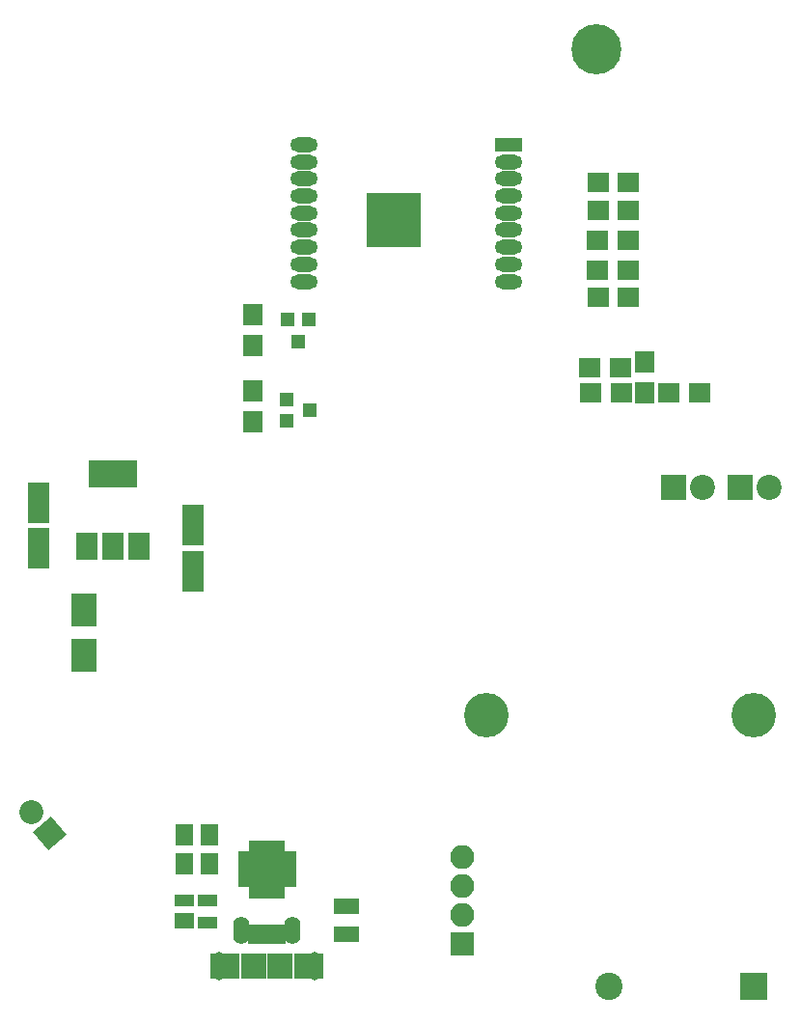
<source format=gbs>
G04 #@! TF.FileFunction,Soldermask,Bot*
%FSLAX46Y46*%
G04 Gerber Fmt 4.6, Leading zero omitted, Abs format (unit mm)*
G04 Created by KiCad (PCBNEW 4.0.7) date Monday, 12 '12e' March '12e' 2018, 16:45:08*
%MOMM*%
%LPD*%
G01*
G04 APERTURE LIST*
%ADD10C,0.100000*%
%ADD11R,2.400000X2.400000*%
%ADD12C,2.400000*%
%ADD13C,3.900000*%
%ADD14R,1.650000X1.900000*%
%ADD15R,2.200000X2.200000*%
%ADD16C,2.200000*%
%ADD17R,2.200000X2.900000*%
%ADD18R,2.200000X1.400000*%
%ADD19O,1.400000X2.400000*%
%ADD20O,1.450000X2.500000*%
%ADD21R,2.200000X2.300000*%
%ADD22R,0.800000X1.750000*%
%ADD23R,2.585000X2.300000*%
%ADD24R,2.100000X2.100000*%
%ADD25O,2.100000X2.100000*%
%ADD26C,2.100000*%
%ADD27R,1.300000X1.200000*%
%ADD28R,1.200000X1.300000*%
%ADD29R,1.900000X1.700000*%
%ADD30R,1.700000X1.900000*%
%ADD31R,0.670000X1.210000*%
%ADD32R,1.210000X0.670000*%
%ADD33R,3.100000X3.100000*%
%ADD34R,1.700000X1.390000*%
%ADD35R,1.700000X0.990000*%
%ADD36R,4.200000X2.400000*%
%ADD37R,1.900000X2.400000*%
%ADD38O,2.400000X1.300000*%
%ADD39R,2.400000X1.300000*%
%ADD40R,4.700000X4.700000*%
%ADD41C,1.300000*%
%ADD42R,1.900000X3.600000*%
%ADD43C,4.400000*%
G04 APERTURE END LIST*
D10*
D11*
X182000000Y-129000000D03*
D12*
X169300000Y-129000000D03*
D13*
X158505000Y-105276400D03*
X182000000Y-105276400D03*
D14*
X134250000Y-118250000D03*
X134250000Y-115750000D03*
X132000000Y-118250000D03*
X132000000Y-115750000D03*
D15*
X174960000Y-85250000D03*
D16*
X177500000Y-85250000D03*
D17*
X123250000Y-96000000D03*
X123250000Y-100000000D03*
D18*
X146250000Y-124500000D03*
X146250000Y-122000000D03*
D19*
X137015000Y-124125000D03*
D20*
X135055000Y-127250000D03*
X143405000Y-127250000D03*
D21*
X138080000Y-127250000D03*
D22*
X139230000Y-124445000D03*
X138580000Y-124445000D03*
X137930000Y-124445000D03*
D23*
X135537500Y-127250000D03*
D21*
X140380000Y-127250000D03*
D22*
X140530000Y-124445000D03*
X139880000Y-124445000D03*
D23*
X142922500Y-127250000D03*
D19*
X141465000Y-124125000D03*
D24*
X156400000Y-125280000D03*
D25*
X156400000Y-122740000D03*
X156400000Y-120200000D03*
X156400000Y-117660000D03*
D10*
G36*
X120329420Y-114170726D02*
X121679274Y-115779420D01*
X120070580Y-117129274D01*
X118720726Y-115520580D01*
X120329420Y-114170726D01*
X120329420Y-114170726D01*
G37*
D26*
X118567319Y-113704247D02*
X118567319Y-113704247D01*
D27*
X141000000Y-79450000D03*
X141000000Y-77550000D03*
X143000000Y-78500000D03*
D28*
X141050000Y-70500000D03*
X142950000Y-70500000D03*
X142000000Y-72500000D03*
D15*
X180750000Y-85250000D03*
D16*
X183290000Y-85250000D03*
D29*
X168300000Y-58500000D03*
X171000000Y-58500000D03*
D30*
X138000000Y-79500000D03*
X138000000Y-76800000D03*
X138000000Y-70150000D03*
X138000000Y-72850000D03*
D29*
X167650000Y-77000000D03*
X170350000Y-77000000D03*
D30*
X172400000Y-74300000D03*
X172400000Y-77000000D03*
D29*
X177200000Y-77000000D03*
X174500000Y-77000000D03*
D31*
X140520000Y-120725000D03*
X140020000Y-120725000D03*
X139520000Y-120725000D03*
X139020000Y-120725000D03*
X138520000Y-120725000D03*
X138020000Y-120725000D03*
D32*
X137315000Y-120020000D03*
X137315000Y-119520000D03*
X137315000Y-119020000D03*
X137315000Y-118520000D03*
X137315000Y-118020000D03*
X137315000Y-117520000D03*
D31*
X138020000Y-116815000D03*
X138520000Y-116815000D03*
X139020000Y-116815000D03*
X139520000Y-116815000D03*
X140020000Y-116815000D03*
X140520000Y-116815000D03*
D32*
X141225000Y-117520000D03*
X141225000Y-118020000D03*
X141225000Y-118520000D03*
X141225000Y-119020000D03*
X141225000Y-119520000D03*
X141225000Y-120020000D03*
D33*
X139250000Y-118750000D03*
D34*
X131975000Y-123260000D03*
D35*
X131975000Y-121540000D03*
X134025000Y-121540000D03*
X134025000Y-123460000D03*
D36*
X125750000Y-84100000D03*
D37*
X125750000Y-90400000D03*
X123450000Y-90400000D03*
X128050000Y-90400000D03*
D38*
X142500000Y-67200000D03*
X160500000Y-67200000D03*
D39*
X160500000Y-55200000D03*
D38*
X160500000Y-56700000D03*
X160500000Y-58200000D03*
X160500000Y-59700000D03*
X160500000Y-61200000D03*
X160500000Y-62700000D03*
X160500000Y-64200000D03*
X160500000Y-65700000D03*
X142500000Y-65700000D03*
X142500000Y-64200000D03*
X142500000Y-62700000D03*
X142500000Y-61200000D03*
X142500000Y-59700000D03*
X142500000Y-58200000D03*
X142500000Y-56700000D03*
X142500000Y-55200000D03*
D40*
X150380000Y-61780000D03*
D41*
X152000000Y-60200000D03*
X150875000Y-60200000D03*
X149775000Y-60200000D03*
X148750000Y-60200000D03*
X152000000Y-61650000D03*
X149775000Y-61650000D03*
X148750000Y-61650000D03*
X150875000Y-61650000D03*
X152000000Y-63000000D03*
X149775000Y-63000000D03*
X148750000Y-63000000D03*
X150875000Y-63000000D03*
D29*
X168250000Y-63600000D03*
X170950000Y-63600000D03*
X171000000Y-61000000D03*
X168300000Y-61000000D03*
X170950000Y-66200000D03*
X168250000Y-66200000D03*
D42*
X119200000Y-90600000D03*
X119200000Y-86600000D03*
X132800000Y-92600000D03*
X132800000Y-88600000D03*
D43*
X168200000Y-46800000D03*
D29*
X170300000Y-74800000D03*
X167600000Y-74800000D03*
X171000000Y-68600000D03*
X168300000Y-68600000D03*
M02*

</source>
